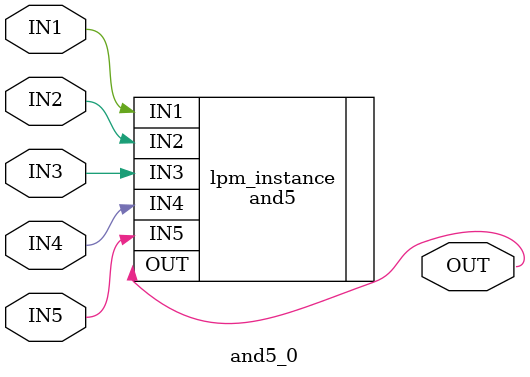
<source format=v>



module and5_0(IN3,IN2,IN1,IN5,IN4,OUT);
input IN3;
input IN2;
input IN1;
input IN5;
input IN4;
output OUT;

and5	lpm_instance(.IN3(IN3),.IN2(IN2),.IN1(IN1),.IN5(IN5),.IN4(IN4),.OUT(OUT));

endmodule

</source>
